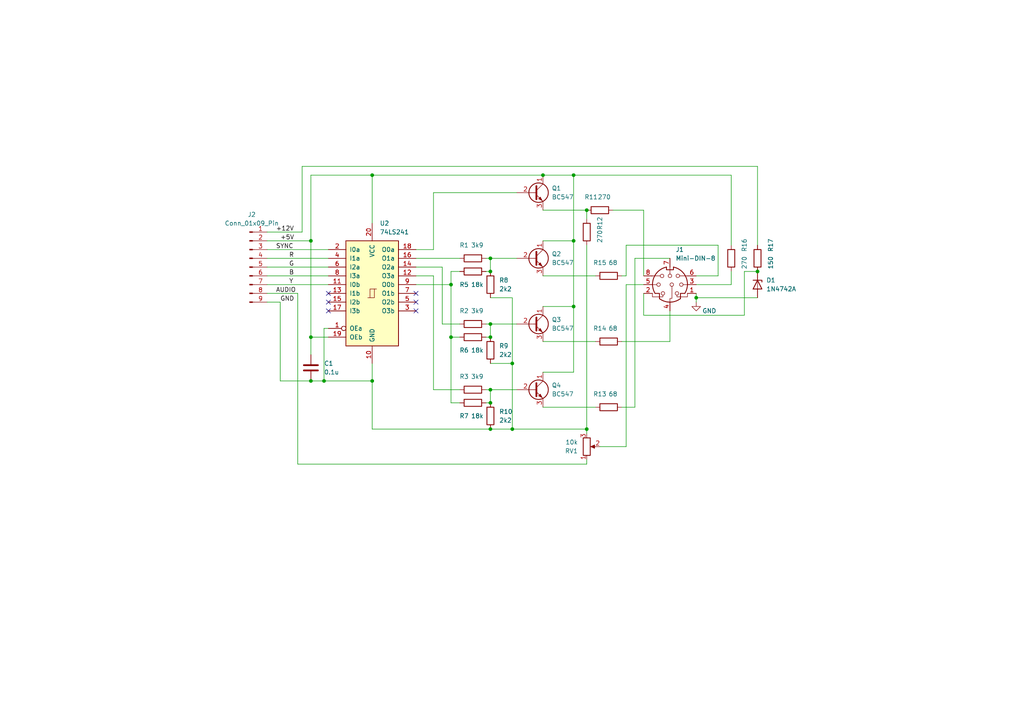
<source format=kicad_sch>
(kicad_sch (version 20230121) (generator eeschema)
  (paper "A4")
  (lib_symbols
    (symbol "74xx:74LS241" (pin_names (offset 1.016))
      (property "Reference" "U" (at -7.62 16.51 0))
      (property "Value" "74LS241" (at -7.62 -16.51 0))
      (symbol "74LS241_1_0"
        (polyline (pts (xy -0.635 -1.27) (xy -0.635 1.27) (xy 0.635 1.27)))
        (polyline (pts (xy -1.27 -1.27) (xy 0.635 -1.27) (xy 0.635 1.27) (xy 1.27 1.27)))
        (pin input inverted (at -12.7 -10.16 0) (length 5.08) (name "OEa") (number "1"))
        (pin power_in line (at 0 -20.32 90) (length 5.08) (name "GND") (number "10"))
        (pin input line (at -12.7 2.54 0) (length 5.08) (name "I0b") (number "11"))
        (pin tri_state line (at 12.7 5.08 180) (length 5.08) (name "O3a") (number "12"))
        (pin input line (at -12.7 0 0) (length 5.08) (name "I1b") (number "13"))
        (pin tri_state line (at 12.7 7.62 180) (length 5.08) (name "O2a") (number "14"))
        (pin input line (at -12.7 -2.54 0) (length 5.08) (name "I2b") (number "15"))
        (pin tri_state line (at 12.7 10.16 180) (length 5.08) (name "O1a") (number "16"))
        (pin input line (at -12.7 -5.08 0) (length 5.08) (name "I3b") (number "17"))
        (pin tri_state line (at 12.7 12.7 180) (length 5.08) (name "O0a") (number "18"))
        (pin input line (at -12.7 -12.7 0) (length 5.08) (name "OEb") (number "19"))
        (pin input line (at -12.7 12.7 0) (length 5.08) (name "I0a") (number "2"))
        (pin power_in line (at 0 20.32 270) (length 5.08) (name "VCC") (number "20"))
        (pin tri_state line (at 12.7 -5.08 180) (length 5.08) (name "O3b") (number "3"))
        (pin input line (at -12.7 10.16 0) (length 5.08) (name "I1a") (number "4"))
        (pin tri_state line (at 12.7 -2.54 180) (length 5.08) (name "O2b") (number "5"))
        (pin input line (at -12.7 7.62 0) (length 5.08) (name "I2a") (number "6"))
        (pin tri_state line (at 12.7 0 180) (length 5.08) (name "O1b") (number "7"))
        (pin input line (at -12.7 5.08 0) (length 5.08) (name "I3a") (number "8"))
        (pin tri_state line (at 12.7 2.54 180) (length 5.08) (name "O0b") (number "9"))
      )
      (symbol "74LS241_1_1"
        (rectangle (start -7.62 15.24) (end 7.62 -15.24) (stroke (width 0.254)) (fill (type background)))
      )
    )
    (symbol "Connector:Conn_01x09_Pin" (pin_names (offset 1.016) hide)
      (property "Reference" "J" (at 0 12.7 0))
      (property "Value" "Conn_01x09_Pin" (at 0 -12.7 0))
      (symbol "Conn_01x09_Pin_1_1"
        (polyline (pts (xy 1.27 -10.16) (xy 0.8636 -10.16)) (stroke (width 0.1524)))
        (polyline (pts (xy 1.27 -7.62) (xy 0.8636 -7.62)) (stroke (width 0.1524)))
        (polyline (pts (xy 1.27 -5.08) (xy 0.8636 -5.08)) (stroke (width 0.1524)))
        (polyline (pts (xy 1.27 -2.54) (xy 0.8636 -2.54)) (stroke (width 0.1524)))
        (polyline (pts (xy 1.27 0) (xy 0.8636 0)) (stroke (width 0.1524)))
        (polyline (pts (xy 1.27 2.54) (xy 0.8636 2.54)) (stroke (width 0.1524)))
        (polyline (pts (xy 1.27 5.08) (xy 0.8636 5.08)) (stroke (width 0.1524)))
        (polyline (pts (xy 1.27 7.62) (xy 0.8636 7.62)) (stroke (width 0.1524)))
        (polyline (pts (xy 1.27 10.16) (xy 0.8636 10.16)) (stroke (width 0.1524)))
        (rectangle (start 0.8636 -10.033) (end 0 -10.287) (stroke (width 0.1524)) (fill (type outline)))
        (rectangle (start 0.8636 -7.493) (end 0 -7.747) (stroke (width 0.1524)) (fill (type outline)))
        (rectangle (start 0.8636 -4.953) (end 0 -5.207) (stroke (width 0.1524)) (fill (type outline)))
        (rectangle (start 0.8636 -2.413) (end 0 -2.667) (stroke (width 0.1524)) (fill (type outline)))
        (rectangle (start 0.8636 0.127) (end 0 -0.127) (stroke (width 0.1524)) (fill (type outline)))
        (rectangle (start 0.8636 2.667) (end 0 2.413) (stroke (width 0.1524)) (fill (type outline)))
        (rectangle (start 0.8636 5.207) (end 0 4.953) (stroke (width 0.1524)) (fill (type outline)))
        (rectangle (start 0.8636 7.747) (end 0 7.493) (stroke (width 0.1524)) (fill (type outline)))
        (rectangle (start 0.8636 10.287) (end 0 10.033) (stroke (width 0.1524)) (fill (type outline)))
        (pin passive line (at 5.08 10.16 180) (length 3.81) (name "Pin_1") (number "1"))
        (pin passive line (at 5.08 7.62 180) (length 3.81) (name "Pin_2") (number "2"))
        (pin passive line (at 5.08 5.08 180) (length 3.81) (name "Pin_3") (number "3"))
        (pin passive line (at 5.08 2.54 180) (length 3.81) (name "Pin_4") (number "4"))
        (pin passive line (at 5.08 0 180) (length 3.81) (name "Pin_5") (number "5"))
        (pin passive line (at 5.08 -2.54 180) (length 3.81) (name "Pin_6") (number "6"))
        (pin passive line (at 5.08 -5.08 180) (length 3.81) (name "Pin_7") (number "7"))
        (pin passive line (at 5.08 -7.62 180) (length 3.81) (name "Pin_8") (number "8"))
        (pin passive line (at 5.08 -10.16 180) (length 3.81) (name "Pin_9") (number "9"))
      )
    )
    (symbol "Connector:Mini-DIN-8" (pin_names (offset 1.016))
      (property "Reference" "J" (at 5.08 5.08 0))
      (property "Value" "Mini-DIN-8" (at 10.668 -5.08 0))
      (symbol "Mini-DIN-8_0_1"
        (circle (center -3.302 0) (radius 0.508))
        (arc (start -3.048 -4.064) (mid 0 -5.08) (end 3.048 -4.064) (stroke (width 0.254)))
        (circle (center -2.286 2.5146) (radius 0.508))
        (circle (center -2.032 -2.54) (radius 0.508))
        (arc (start -1.016 5.08) (mid -4.6228 2.1214) (end -4.318 -2.54) (stroke (width 0.254)))
        (polyline (pts (xy -3.81 0) (xy -5.08 0)))
        (polyline (pts (xy -2.794 2.54) (xy -5.334 2.54)))
        (polyline (pts (xy 0 5.1054) (xy 0 3.048)))
        (polyline (pts (xy 2.794 2.54) (xy 5.08 2.54)))
        (polyline (pts (xy 5.08 0) (xy 3.81 0)))
        (polyline (pts (xy -4.318 -2.54) (xy -3.048 -2.54) (xy -3.048 -4.064)) (stroke (width 0.254)))
        (polyline (pts (xy 4.318 -2.54) (xy 3.048 -2.54) (xy 3.048 -4.064)) (stroke (width 0.254)))
        (polyline (pts (xy -2.032 -3.048) (xy -2.032 -3.556) (xy -5.08 -3.556) (xy -5.08 -2.54)))
        (polyline (pts (xy -1.016 5.08) (xy -1.016 4.318) (xy 1.016 4.318) (xy 1.016 5.08)) (stroke (width 0.254)))
        (polyline (pts (xy 0.5842 -0.508) (xy 0.5842 -4.0132) (xy 0 -4.0132) (xy 0 -5.1816)))
        (polyline (pts (xy 2.032 -3.048) (xy 2.032 -3.556) (xy 5.08 -3.556) (xy 5.08 -2.54)))
        (circle (center 0 2.54) (radius 0.508))
        (circle (center 2.032 -2.54) (radius 0.508))
        (circle (center 2.286 2.54) (radius 0.508))
        (circle (center 3.302 0) (radius 0.508))
        (arc (start 4.318 -2.54) (mid 4.6661 2.1322) (end 1.016 5.08) (stroke (width 0.254)))
      )
      (symbol "Mini-DIN-8_1_1"
        (circle (center 0.5334 0) (radius 0.508))
        (pin passive line (at 7.62 -2.54 180) (length 2.54) (name "~") (number "1"))
        (pin passive line (at -7.62 -2.54 0) (length 2.54) (name "~") (number "2"))
        (pin passive line (at 7.62 0 180) (length 2.54) (name "~") (number "3"))
        (pin passive line (at 0 -7.62 90) (length 2.54) (name "~") (number "4"))
        (pin passive line (at -7.62 0 0) (length 2.54) (name "~") (number "5"))
        (pin passive line (at 7.62 2.54 180) (length 2.54) (name "~") (number "6"))
        (pin passive line (at 0 7.62 270) (length 2.54) (name "~") (number "7"))
        (pin passive line (at -7.62 2.54 0) (length 2.54) (name "~") (number "8"))
      )
    )
    (symbol "Device:C" (pin_numbers hide) (pin_names (offset 0.254))
      (property "Reference" "C" (at 0.635 2.54 0))
      (property "Value" "C" (at 0.635 -2.54 0))
      (symbol "C_0_1"
        (polyline (pts (xy -2.032 -0.762) (xy 2.032 -0.762)) (stroke (width 0.508)))
        (polyline (pts (xy -2.032 0.762) (xy 2.032 0.762)) (stroke (width 0.508)))
      )
      (symbol "C_1_1"
        (pin passive line (at 0 3.81 270) (length 2.794) (name "~") (number "1"))
        (pin passive line (at 0 -3.81 90) (length 2.794) (name "~") (number "2"))
      )
    )
    (symbol "Device:R" (pin_numbers hide) (pin_names (offset 0))
      (property "Reference" "R" (at 2.032 0 90))
      (property "Value" "R" (at 0 0 90))
      (symbol "R_0_1"
        (rectangle (start -1.016 -2.54) (end 1.016 2.54) (stroke (width 0.254)))
      )
      (symbol "R_1_1"
        (pin passive line (at 0 3.81 270) (length 1.27) (name "~") (number "1"))
        (pin passive line (at 0 -3.81 90) (length 1.27) (name "~") (number "2"))
      )
    )
    (symbol "Device:R_Potentiometer" (pin_names (offset 1.016) hide)
      (property "Reference" "RV" (at -4.445 0 90))
      (property "Value" "R_Potentiometer" (at -2.54 0 90))
      (symbol "R_Potentiometer_0_1"
        (polyline (pts (xy 2.54 0) (xy 1.524 0)))
        (polyline (pts (xy 1.143 0) (xy 2.286 0.508) (xy 2.286 -0.508) (xy 1.143 0)) (fill (type outline)))
        (rectangle (start 1.016 2.54) (end -1.016 -2.54) (stroke (width 0.254)))
      )
      (symbol "R_Potentiometer_1_1"
        (pin passive line (at 0 3.81 270) (length 1.27) (name "1") (number "1"))
        (pin passive line (at 3.81 0 180) (length 1.27) (name "2") (number "2"))
        (pin passive line (at 0 -3.81 90) (length 1.27) (name "3") (number "3"))
      )
    )
    (symbol "Diode:1N47xxA" (pin_numbers hide) (pin_names hide)
      (property "Reference" "D" (at 0 2.54 0))
      (property "Value" "1N47xxA" (at 0 -2.54 0))
      (symbol "1N47xxA_0_1"
        (polyline (pts (xy 1.27 0) (xy -1.27 0)))
        (polyline (pts (xy -1.27 -1.27) (xy -1.27 1.27) (xy -0.762 1.27)) (stroke (width 0.254)))
        (polyline (pts (xy 1.27 -1.27) (xy 1.27 1.27) (xy -1.27 0) (xy 1.27 -1.27)) (stroke (width 0.254)))
      )
      (symbol "1N47xxA_1_1"
        (pin passive line (at -3.81 0 0) (length 2.54) (name "K") (number "1"))
        (pin passive line (at 3.81 0 180) (length 2.54) (name "A") (number "2"))
      )
    )
    (symbol "Transistor_BJT:BC547" (pin_names (offset 0) hide)
      (property "Reference" "Q" (at 5.08 1.905 0))
      (property "Value" "BC547" (at 5.08 0 0))
      (symbol "BC547_0_1"
        (polyline (pts (xy 0 0) (xy 0.635 0)))
        (polyline (pts (xy 0.635 0.635) (xy 2.54 2.54)))
        (polyline (pts (xy 0.635 -0.635) (xy 2.54 -2.54) (xy 2.54 -2.54)))
        (polyline (pts (xy 0.635 1.905) (xy 0.635 -1.905) (xy 0.635 -1.905)) (stroke (width 0.508)))
        (polyline (pts (xy 1.27 -1.778) (xy 1.778 -1.27) (xy 2.286 -2.286) (xy 1.27 -1.778) (xy 1.27 -1.778)) (fill (type outline)))
        (circle (center 1.27 0) (radius 2.8194) (stroke (width 0.254)))
      )
      (symbol "BC547_1_1"
        (pin passive line (at 2.54 5.08 270) (length 2.54) (name "C") (number "1"))
        (pin input line (at -5.08 0 0) (length 5.08) (name "B") (number "2"))
        (pin passive line (at 2.54 -5.08 90) (length 2.54) (name "E") (number "3"))
      )
    )
    (symbol "power:GND" (power) (pin_names (offset 0))
      (property "Value" "GND" (at 0 -3.81 0))
      (symbol "GND_0_1"
        (polyline (pts (xy 0 0) (xy 0 -1.27) (xy 1.27 -1.27) (xy 0 -2.54) (xy -1.27 -1.27) (xy 0 -1.27)))
      )
      (symbol "GND_1_1"
        (pin power_in line (at 0 0 270) (length 0) hide (name "GND") (number "1"))
      )
    )
  )
  (junction (at 107.95 50.8))
  (junction (at 170.18 60.96))
  (junction (at 142.24 74.93))
  (junction (at 107.95 110.49))
  (junction (at 166.37 50.8))
  (junction (at 148.59 105.41))
  (junction (at 157.48 50.8))
  (junction (at 166.37 69.85))
  (junction (at 170.18 124.46))
  (junction (at 142.24 116.84))
  (junction (at 90.17 69.85))
  (junction (at 142.24 78.74))
  (junction (at 201.93 86.36))
  (junction (at 90.17 110.49))
  (junction (at 148.59 124.46))
  (junction (at 142.24 124.46))
  (junction (at 90.17 97.79))
  (junction (at 142.24 97.79))
  (junction (at 142.24 113.03))
  (junction (at 93.98 110.49))
  (junction (at 130.81 82.55))
  (junction (at 130.81 97.79))
  (junction (at 219.71 78.74))
  (junction (at 166.37 88.9))
  (junction (at 142.24 93.98))
  (no_connect (at 120.65 90.17))
  (no_connect (at 120.65 87.63))
  (no_connect (at 95.25 87.63))
  (no_connect (at 95.25 90.17))
  (no_connect (at 120.65 85.09))
  (no_connect (at 95.25 85.09))
  (wire (pts (xy 194.31 99.06) (xy 194.31 90.17)))
  (wire (pts (xy 186.69 85.09) (xy 186.69 91.44)))
  (wire (pts (xy 215.9 78.74) (xy 219.71 78.74)))
  (wire (pts (xy 208.28 80.01) (xy 201.93 80.01)))
  (wire (pts (xy 140.97 113.03) (xy 142.24 113.03)))
  (wire (pts (xy 148.59 124.46) (xy 148.59 105.41)))
  (wire (pts (xy 133.35 116.84) (xy 130.81 116.84)))
  (wire (pts (xy 157.48 80.01) (xy 172.72 80.01)))
  (wire (pts (xy 157.48 118.11) (xy 172.72 118.11)))
  (wire (pts (xy 130.81 116.84) (xy 130.81 97.79)))
  (wire (pts (xy 90.17 97.79) (xy 95.25 97.79)))
  (wire (pts (xy 201.93 87.63) (xy 201.93 86.36)))
  (wire (pts (xy 87.63 48.26) (xy 87.63 67.31)))
  (wire (pts (xy 170.18 125.73) (xy 170.18 124.46)))
  (wire (pts (xy 120.65 80.01) (xy 125.73 80.01)))
  (wire (pts (xy 90.17 50.8) (xy 107.95 50.8)))
  (wire (pts (xy 125.73 80.01) (xy 125.73 113.03)))
  (wire (pts (xy 120.65 77.47) (xy 128.27 77.47)))
  (wire (pts (xy 77.47 67.31) (xy 87.63 67.31)))
  (wire (pts (xy 142.24 124.46) (xy 148.59 124.46)))
  (wire (pts (xy 120.65 72.39) (xy 125.73 72.39)))
  (wire (pts (xy 212.09 50.8) (xy 166.37 50.8)))
  (wire (pts (xy 90.17 69.85) (xy 90.17 50.8)))
  (wire (pts (xy 180.34 99.06) (xy 194.31 99.06)))
  (wire (pts (xy 181.61 82.55) (xy 181.61 129.54)))
  (wire (pts (xy 219.71 71.12) (xy 219.71 48.26)))
  (wire (pts (xy 77.47 69.85) (xy 90.17 69.85)))
  (wire (pts (xy 157.48 60.96) (xy 170.18 60.96)))
  (wire (pts (xy 77.47 77.47) (xy 95.25 77.47)))
  (wire (pts (xy 208.28 71.12) (xy 208.28 80.01)))
  (wire (pts (xy 120.65 82.55) (xy 130.81 82.55)))
  (wire (pts (xy 77.47 87.63) (xy 81.28 87.63)))
  (wire (pts (xy 170.18 134.62) (xy 170.18 133.35)))
  (wire (pts (xy 212.09 71.12) (xy 212.09 50.8)))
  (wire (pts (xy 140.97 116.84) (xy 142.24 116.84)))
  (wire (pts (xy 107.95 124.46) (xy 142.24 124.46)))
  (wire (pts (xy 201.93 86.36) (xy 201.93 85.09)))
  (wire (pts (xy 157.48 69.85) (xy 166.37 69.85)))
  (wire (pts (xy 212.09 82.55) (xy 212.09 78.74)))
  (wire (pts (xy 125.73 113.03) (xy 133.35 113.03)))
  (wire (pts (xy 90.17 69.85) (xy 90.17 97.79)))
  (wire (pts (xy 201.93 86.36) (xy 219.71 86.36)))
  (wire (pts (xy 173.99 129.54) (xy 181.61 129.54)))
  (wire (pts (xy 77.47 72.39) (xy 95.25 72.39)))
  (wire (pts (xy 201.93 82.55) (xy 212.09 82.55)))
  (wire (pts (xy 186.69 82.55) (xy 181.61 82.55)))
  (wire (pts (xy 142.24 113.03) (xy 149.86 113.03)))
  (wire (pts (xy 148.59 105.41) (xy 142.24 105.41)))
  (wire (pts (xy 120.65 74.93) (xy 133.35 74.93)))
  (wire (pts (xy 90.17 110.49) (xy 93.98 110.49)))
  (wire (pts (xy 148.59 86.36) (xy 148.59 105.41)))
  (wire (pts (xy 142.24 93.98) (xy 149.86 93.98)))
  (wire (pts (xy 157.48 50.8) (xy 166.37 50.8)))
  (wire (pts (xy 140.97 78.74) (xy 142.24 78.74)))
  (wire (pts (xy 107.95 50.8) (xy 157.48 50.8)))
  (wire (pts (xy 186.69 60.96) (xy 186.69 80.01)))
  (wire (pts (xy 128.27 93.98) (xy 133.35 93.98)))
  (wire (pts (xy 90.17 97.79) (xy 90.17 102.87)))
  (wire (pts (xy 170.18 124.46) (xy 148.59 124.46)))
  (wire (pts (xy 86.36 134.62) (xy 170.18 134.62)))
  (wire (pts (xy 142.24 116.84) (xy 142.24 113.03)))
  (wire (pts (xy 81.28 87.63) (xy 81.28 110.49)))
  (wire (pts (xy 184.15 74.93) (xy 184.15 118.11)))
  (wire (pts (xy 93.98 110.49) (xy 107.95 110.49)))
  (wire (pts (xy 166.37 88.9) (xy 157.48 88.9)))
  (wire (pts (xy 142.24 74.93) (xy 149.86 74.93)))
  (wire (pts (xy 133.35 78.74) (xy 130.81 78.74)))
  (wire (pts (xy 180.34 80.01) (xy 181.61 80.01)))
  (wire (pts (xy 184.15 118.11) (xy 180.34 118.11)))
  (wire (pts (xy 219.71 48.26) (xy 87.63 48.26)))
  (wire (pts (xy 77.47 80.01) (xy 95.25 80.01)))
  (wire (pts (xy 95.25 95.25) (xy 93.98 95.25)))
  (wire (pts (xy 77.47 85.09) (xy 86.36 85.09)))
  (wire (pts (xy 107.95 105.41) (xy 107.95 110.49)))
  (wire (pts (xy 166.37 50.8) (xy 166.37 69.85)))
  (wire (pts (xy 215.9 91.44) (xy 215.9 78.74)))
  (wire (pts (xy 130.81 78.74) (xy 130.81 82.55)))
  (wire (pts (xy 181.61 80.01) (xy 181.61 71.12)))
  (wire (pts (xy 140.97 74.93) (xy 142.24 74.93)))
  (wire (pts (xy 107.95 64.77) (xy 107.95 50.8)))
  (wire (pts (xy 170.18 71.12) (xy 170.18 124.46)))
  (wire (pts (xy 170.18 60.96) (xy 170.18 63.5)))
  (wire (pts (xy 186.69 91.44) (xy 215.9 91.44)))
  (wire (pts (xy 181.61 71.12) (xy 208.28 71.12)))
  (wire (pts (xy 166.37 69.85) (xy 166.37 88.9)))
  (wire (pts (xy 125.73 55.88) (xy 149.86 55.88)))
  (wire (pts (xy 77.47 82.55) (xy 95.25 82.55)))
  (wire (pts (xy 140.97 93.98) (xy 142.24 93.98)))
  (wire (pts (xy 77.47 74.93) (xy 95.25 74.93)))
  (wire (pts (xy 107.95 110.49) (xy 107.95 124.46)))
  (wire (pts (xy 81.28 110.49) (xy 90.17 110.49)))
  (wire (pts (xy 177.8 60.96) (xy 186.69 60.96)))
  (wire (pts (xy 194.31 74.93) (xy 184.15 74.93)))
  (wire (pts (xy 140.97 97.79) (xy 142.24 97.79)))
  (wire (pts (xy 166.37 107.95) (xy 166.37 88.9)))
  (wire (pts (xy 157.48 99.06) (xy 172.72 99.06)))
  (wire (pts (xy 142.24 97.79) (xy 142.24 93.98)))
  (wire (pts (xy 130.81 97.79) (xy 133.35 97.79)))
  (wire (pts (xy 157.48 107.95) (xy 166.37 107.95)))
  (wire (pts (xy 93.98 95.25) (xy 93.98 110.49)))
  (wire (pts (xy 125.73 72.39) (xy 125.73 55.88)))
  (wire (pts (xy 86.36 85.09) (xy 86.36 134.62)))
  (wire (pts (xy 128.27 77.47) (xy 128.27 93.98)))
  (wire (pts (xy 142.24 86.36) (xy 148.59 86.36)))
  (wire (pts (xy 142.24 78.74) (xy 142.24 74.93)))
  (wire (pts (xy 130.81 82.55) (xy 130.81 97.79)))
  (label "Y" (at 83.82 82.55 0))
  (label "B" (at 83.82 80.01 0))
  (label "+5V" (at 81.28 69.85 0))
  (label "SYNC" (at 80.01 72.39 0))
  (label "G" (at 83.82 77.47 0))
  (label "R" (at 83.82 74.93 0))
  (label "GND" (at 81.28 87.63 0))
  (label "+12V" (at 80.01 67.31 0))
  (label "AUDIO" (at 80.01 85.09 0))
  (symbol (lib_id "Device:R") (at 137.16 113.03 90) (unit 1)
    (property "Reference" "R3" (at 134.62 109.22 90))
    (property "Value" "3k9" (at 138.43 109.22 90))
    (property "Footprint" "Resistor_THT:R_Axial_DIN0204_L3.6mm_D1.6mm_P5.08mm_Horizontal" (effects hide))
  )
  (symbol (lib_id "Device:R") (at 219.71 74.93 0) (unit 1)
    (property "Reference" "R17" (at 223.52 71.12 90))
    (property "Value" "150" (at 223.52 76.2 90))
    (property "Footprint" "Resistor_THT:R_Axial_DIN0204_L3.6mm_D1.6mm_P5.08mm_Horizontal" (effects hide))
  )
  (symbol (lib_id "Diode:1N47xxA") (at 219.71 82.55 270) (unit 1)
    (property "Reference" "D1" (at 222.25 81.28 90) (effects (justify left)))
    (property "Value" "1N4742A" (at 222.25 83.82 90) (effects (justify left)))
    (property "Footprint" "Diode_THT:D_DO-41_SOD81_P10.16mm_Horizontal" (effects hide))
    (property "Datasheet" "https://www.vishay.com/docs/85816/1n4728a.pdf" (effects hide))
  )
  (symbol (lib_id "Device:R") (at 137.16 78.74 90) (mirror x) (unit 1)
    (property "Reference" "R5" (at 134.62 82.55 90))
    (property "Value" "18k" (at 138.43 82.55 90))
    (property "Footprint" "Resistor_THT:R_Axial_DIN0204_L3.6mm_D1.6mm_P5.08mm_Horizontal" (effects hide))
  )
  (symbol (lib_id "power:GND") (at 201.93 87.63 0) (unit 1)
    (property "Reference" "#PWR013" (effects hide))
    (property "Value" "GND" (at 205.74 90.17 0))
  )
  (symbol (lib_id "Device:R") (at 173.99 60.96 90) (unit 1)
    (property "Reference" "R11" (at 171.45 57.15 90))
    (property "Value" "270" (at 175.26 57.15 90))
    (property "Footprint" "Resistor_THT:R_Axial_DIN0204_L3.6mm_D1.6mm_P5.08mm_Horizontal" (effects hide))
  )
  (symbol (lib_id "Device:R") (at 170.18 67.31 0) (unit 1)
    (property "Reference" "R12" (at 173.99 64.77 90))
    (property "Value" "270" (at 173.99 68.58 90))
    (property "Footprint" "Resistor_THT:R_Axial_DIN0204_L3.6mm_D1.6mm_P5.08mm_Horizontal" (effects hide))
  )
  (symbol (lib_id "Device:R_Potentiometer") (at 170.18 129.54 0) (mirror x) (unit 1)
    (property "Reference" "RV1" (at 167.64 130.81 0) (effects (justify right)))
    (property "Value" "10k" (at 167.64 128.27 0) (effects (justify right)))
    (property "Footprint" "Potentiometer_THT:Potentiometer_Piher_PT-6-V_Vertical" (effects hide))
  )
  (symbol (lib_id "Device:R") (at 142.24 120.65 0) (unit 1)
    (property "Reference" "R10" (at 144.78 119.38 0) (effects (justify left)))
    (property "Value" "2k2" (at 144.78 121.92 0) (effects (justify left)))
    (property "Footprint" "Resistor_THT:R_Axial_DIN0204_L3.6mm_D1.6mm_P5.08mm_Horizontal" (effects hide))
  )
  (symbol (lib_id "Device:C") (at 90.17 106.68 0) (unit 1)
    (property "Reference" "C1" (at 93.98 105.41 0) (effects (justify left)))
    (property "Value" "0.1u" (at 93.98 107.95 0) (effects (justify left)))
    (property "Footprint" "Capacitor_THT:C_Disc_D4.3mm_W1.9mm_P5.00mm" (effects hide))
  )
  (symbol (lib_id "Transistor_BJT:BC547") (at 154.94 74.93 0) (unit 1)
    (property "Reference" "Q2" (at 160.02 73.66 0) (effects (justify left)))
    (property "Value" "BC547" (at 160.02 76.2 0) (effects (justify left)))
    (property "Footprint" "Package_TO_SOT_THT:TO-92_Inline" (effects hide))
    (property "Datasheet" "https://www.onsemi.com/pub/Collateral/BC550-D.pdf" (effects hide))
  )
  (symbol (lib_id "74xx:74LS241") (at 107.95 85.09 0) (unit 1)
    (property "Reference" "U2" (at 110.1441 64.77 0) (effects (justify left)))
    (property "Value" "74LS241" (at 110.1441 67.31 0) (effects (justify left)))
    (property "Footprint" "Package_DIP:DIP-20_W7.62mm_LongPads" (effects hide))
    (property "Datasheet" "http://www.ti.com/lit/ds/symlink/sn74ls241.pdf" (effects hide))
  )
  (symbol (lib_id "Transistor_BJT:BC547") (at 154.94 93.98 0) (unit 1)
    (property "Reference" "Q3" (at 160.02 92.71 0) (effects (justify left)))
    (property "Value" "BC547" (at 160.02 95.25 0) (effects (justify left)))
    (property "Footprint" "Package_TO_SOT_THT:TO-92_Inline" (effects hide))
    (property "Datasheet" "https://www.onsemi.com/pub/Collateral/BC550-D.pdf" (effects hide))
  )
  (symbol (lib_id "Device:R") (at 212.09 74.93 0) (unit 1)
    (property "Reference" "R16" (at 215.9 71.12 90))
    (property "Value" "270" (at 215.9 76.2 90))
    (property "Footprint" "Resistor_THT:R_Axial_DIN0204_L3.6mm_D1.6mm_P5.08mm_Horizontal" (effects hide))
  )
  (symbol (lib_id "Device:R") (at 176.53 80.01 90) (unit 1)
    (property "Reference" "R15" (at 173.99 76.2 90))
    (property "Value" "68" (at 177.8 76.2 90))
    (property "Footprint" "Resistor_THT:R_Axial_DIN0204_L3.6mm_D1.6mm_P5.08mm_Horizontal" (effects hide))
  )
  (symbol (lib_id "Connector:Mini-DIN-8") (at 194.31 82.55 0) (unit 1)
    (property "Reference" "J1" (at 195.9611 72.39 0) (effects (justify left)))
    (property "Value" "Mini-DIN-8" (at 195.9611 74.93 0) (effects (justify left)))
    (property "Footprint" "w_conn_av:minidin-8" (effects hide))
    (property "Datasheet" "http://service.powerdynamics.com/ec/Catalog17/Section%2011.pdf" (effects hide))
  )
  (symbol (lib_id "Device:R") (at 142.24 82.55 0) (unit 1)
    (property "Reference" "R8" (at 144.78 81.28 0) (effects (justify left)))
    (property "Value" "2k2" (at 144.78 83.82 0) (effects (justify left)))
    (property "Footprint" "Resistor_THT:R_Axial_DIN0204_L3.6mm_D1.6mm_P5.08mm_Horizontal" (effects hide))
  )
  (symbol (lib_id "Device:R") (at 142.24 101.6 0) (unit 1)
    (property "Reference" "R9" (at 144.78 100.33 0) (effects (justify left)))
    (property "Value" "2k2" (at 144.78 102.87 0) (effects (justify left)))
    (property "Footprint" "Resistor_THT:R_Axial_DIN0204_L3.6mm_D1.6mm_P5.08mm_Horizontal" (effects hide))
  )
  (symbol (lib_id "Device:R") (at 137.16 116.84 90) (mirror x) (unit 1)
    (property "Reference" "R7" (at 134.62 120.65 90))
    (property "Value" "18k" (at 138.43 120.65 90))
    (property "Footprint" "Resistor_THT:R_Axial_DIN0204_L3.6mm_D1.6mm_P5.08mm_Horizontal" (effects hide))
  )
  (symbol (lib_id "Connector:Conn_01x09_Pin") (at 72.39 77.47 0) (unit 1)
    (property "Reference" "J2" (at 73.025 62.23 0))
    (property "Value" "Conn_01x09_Pin" (at 73.025 64.77 0))
    (property "Footprint" "Connector_PinHeader_2.54mm:PinHeader_1x09_P2.54mm_Vertical" (effects hide))
  )
  (symbol (lib_id "Device:R") (at 137.16 93.98 90) (unit 1)
    (property "Reference" "R2" (at 134.62 90.17 90))
    (property "Value" "3k9" (at 138.43 90.17 90))
    (property "Footprint" "Resistor_THT:R_Axial_DIN0204_L3.6mm_D1.6mm_P5.08mm_Horizontal" (effects hide))
  )
  (symbol (lib_id "Device:R") (at 176.53 99.06 90) (unit 1)
    (property "Reference" "R14" (at 173.99 95.25 90))
    (property "Value" "68" (at 177.8 95.25 90))
    (property "Footprint" "Resistor_THT:R_Axial_DIN0204_L3.6mm_D1.6mm_P5.08mm_Horizontal" (effects hide))
  )
  (symbol (lib_id "Device:R") (at 137.16 97.79 270) (unit 1)
    (property "Reference" "R6" (at 134.62 101.6 90))
    (property "Value" "18k" (at 138.43 101.6 90))
    (property "Footprint" "Resistor_THT:R_Axial_DIN0204_L3.6mm_D1.6mm_P5.08mm_Horizontal" (effects hide))
  )
  (symbol (lib_id "Transistor_BJT:BC547") (at 154.94 55.88 0) (unit 1)
    (property "Reference" "Q1" (at 160.02 54.61 0) (effects (justify left)))
    (property "Value" "BC547" (at 160.02 57.15 0) (effects (justify left)))
    (property "Footprint" "Package_TO_SOT_THT:TO-92_Inline" (effects hide))
    (property "Datasheet" "https://www.onsemi.com/pub/Collateral/BC550-D.pdf" (effects hide))
  )
  (symbol (lib_id "Device:R") (at 137.16 74.93 90) (unit 1)
    (property "Reference" "R1" (at 134.62 71.12 90))
    (property "Value" "3k9" (at 138.43 71.12 90))
    (property "Footprint" "Resistor_THT:R_Axial_DIN0204_L3.6mm_D1.6mm_P5.08mm_Horizontal" (effects hide))
  )
  (symbol (lib_id "Device:R") (at 176.53 118.11 90) (unit 1)
    (property "Reference" "R13" (at 173.99 114.3 90))
    (property "Value" "68" (at 177.8 114.3 90))
    (property "Footprint" "Resistor_THT:R_Axial_DIN0204_L3.6mm_D1.6mm_P5.08mm_Horizontal" (effects hide))
  )
  (symbol (lib_id "Transistor_BJT:BC547") (at 154.94 113.03 0) (unit 1)
    (property "Reference" "Q4" (at 160.02 111.76 0) (effects (justify left)))
    (property "Value" "BC547" (at 160.02 114.3 0) (effects (justify left)))
    (property "Footprint" "Package_TO_SOT_THT:TO-92_Inline" (effects hide))
    (property "Datasheet" "https://www.onsemi.com/pub/Collateral/BC550-D.pdf" (effects hide))
  )
)
</source>
